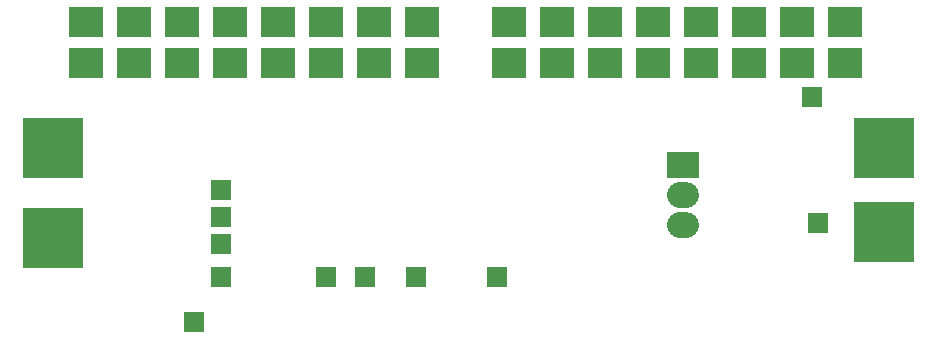
<source format=gbs>
G04 ---------------------------- Layer name :BOTTOM SOLDER LAYER*
G04 EasyEDA v5.5.11, Mon, 04 Jun 2018 22:37:14 GMT*
G04 a06480a3d07c492ca7fe7dcdfe2faa1f*
G04 Gerber Generator version 0.2*
G04 Scale: 100 percent, Rotated: No, Reflected: No *
G04 Dimensions in millimeters *
G04 leading zeros omitted , absolute positions ,3 integer and 3 decimal *
%FSLAX33Y33*%
%MOMM*%
G90*
G71D02*

%ADD33R,2.903220X2.503195*%
%ADD41C,2.203201*%
%ADD42R,5.203190X5.203190*%
%ADD43R,2.703200X2.203201*%
%ADD44R,1.778000X1.778000*%
%ADD45R,1.778000X1.778254*%
%ADD46R,1.778254X1.778254*%
%ADD47R,1.778254X1.778203*%
%ADD48C,1.778203*%

%LPD*%
G54D41*
G01X57145Y11557D02*
G01X56646Y11557D01*
G01X57145Y14097D02*
G01X56646Y14097D01*
G54D42*
G01X73914Y18034D03*
G01X3556Y18034D03*
G01X3556Y10414D03*
G01X73914Y10922D03*
G54D33*
G01X6350Y28702D03*
G01X6350Y25247D03*
G01X10414Y28702D03*
G01X10414Y25247D03*
G01X14478Y28702D03*
G01X14478Y25247D03*
G01X18542Y28702D03*
G01X18542Y25247D03*
G01X22606Y28702D03*
G01X22606Y25247D03*
G01X26670Y28702D03*
G01X26670Y25247D03*
G01X30734Y28702D03*
G01X30734Y25247D03*
G01X34798Y28702D03*
G01X34798Y25247D03*
G01X42164Y28702D03*
G01X42164Y25247D03*
G01X46228Y28702D03*
G01X46228Y25247D03*
G01X50292Y28702D03*
G01X50292Y25247D03*
G01X54356Y28702D03*
G01X54356Y25247D03*
G01X58420Y28702D03*
G01X58420Y25247D03*
G01X62484Y28702D03*
G01X62484Y25247D03*
G01X66548Y28702D03*
G01X66548Y25247D03*
G01X70612Y28702D03*
G01X70612Y25247D03*
G54D43*
G01X56896Y16637D03*
G54D44*
G01X26670Y7112D03*
G01X29972Y7112D03*
G01X34290Y7112D03*
G54D45*
G01X41148Y7112D03*
G54D44*
G01X17780Y7112D03*
G54D46*
G01X67818Y22352D03*
G54D47*
G01X17780Y14478D03*
G54D46*
G01X17780Y12192D03*
G01X68326Y11684D03*
G01X17780Y9906D03*
G01X15494Y3302D03*
G54D48*
G01X3556Y18034D03*
G01X4826Y18034D03*
G01X2286Y18034D03*
G01X3556Y16764D03*
G01X4826Y16764D03*
G01X2286Y16764D03*
G01X3556Y19304D03*
G01X4826Y19304D03*
G01X2286Y19304D03*
G01X3556Y10414D03*
G01X4826Y10414D03*
G01X2286Y10414D03*
G01X3556Y9144D03*
G01X4826Y9144D03*
G01X2286Y9144D03*
G01X3556Y11684D03*
G01X4826Y11684D03*
G01X2286Y11684D03*
G01X73914Y10922D03*
G01X75184Y10922D03*
G01X72644Y10922D03*
G01X73914Y9652D03*
G01X75184Y9652D03*
G01X72644Y9652D03*
G01X73914Y12192D03*
G01X75184Y12192D03*
G01X72644Y12192D03*
G01X73914Y18034D03*
G01X75184Y18034D03*
G01X72644Y18034D03*
G01X73914Y16764D03*
G01X75184Y16764D03*
G01X72644Y16764D03*
G01X73914Y19304D03*
G01X75184Y19304D03*
G01X72644Y19304D03*
M00*
M02*

</source>
